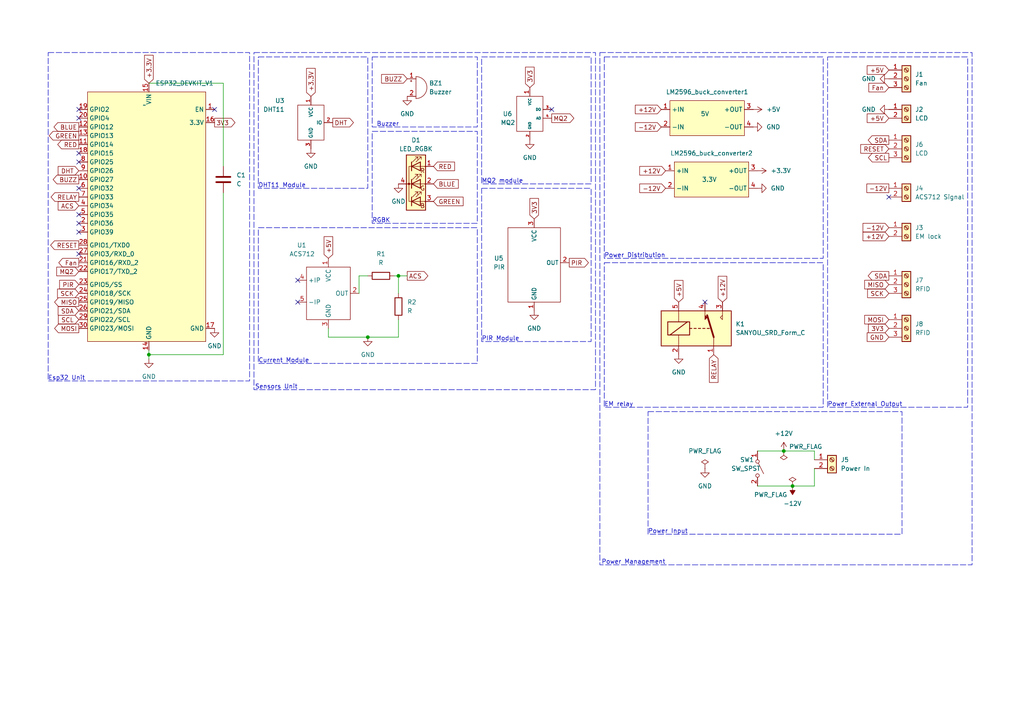
<source format=kicad_sch>
(kicad_sch (version 20230121) (generator eeschema)
  (paper "A4")
  (lib_symbols
    (symbol "Buck_coverter:DC-DC_LM2596_BUCK"
      (property "Reference" "LM2596_buck_converter" (at 6.35 7.62 0))
      (symbol "DC-DC_LM2596_BUCK_1_1"
        (rectangle (start -5.08 5.08) (end 16.51 -5.08) (fill (type background)))
        (pin power_in line (at -7.62 2.54 0) (length 2.54) (name "+IN") (number "1"))
        (pin power_in line (at -7.62 -2.54 0) (length 2.54) (name "-IN") (number "2"))
        (pin power_out line (at 19.05 2.54 180) (length 2.54) (name "+OUT") (number "3"))
        (pin passive line (at 19.05 -2.54 180) (length 2.54) (name "-OUT") (number "4"))
      )
    )
    (symbol "Connector:Screw_Terminal_01x02" (pin_names (offset 1.016) hide)
      (property "Reference" "J" (at 0 2.54 0))
      (property "Value" "Screw_Terminal_01x02" (at 0 -5.08 0))
      (symbol "Screw_Terminal_01x02_1_1"
        (rectangle (start -1.27 1.27) (end 1.27 -3.81) (stroke (width 0.254)) (fill (type background)))
        (circle (center 0 -2.54) (radius 0.635) (stroke (width 0.1524)))
        (polyline (pts (xy -0.5334 -2.2098) (xy 0.3302 -3.048)) (stroke (width 0.1524)))
        (polyline (pts (xy -0.5334 0.3302) (xy 0.3302 -0.508)) (stroke (width 0.1524)))
        (polyline (pts (xy -0.3556 -2.032) (xy 0.508 -2.8702)) (stroke (width 0.1524)))
        (polyline (pts (xy -0.3556 0.508) (xy 0.508 -0.3302)) (stroke (width 0.1524)))
        (circle (center 0 0) (radius 0.635) (stroke (width 0.1524)))
        (pin passive line (at -5.08 0 0) (length 3.81) (name "Pin_1") (number "1"))
        (pin passive line (at -5.08 -2.54 0) (length 3.81) (name "Pin_2") (number "2"))
      )
    )
    (symbol "Connector:Screw_Terminal_01x03" (pin_names (offset 1.016) hide)
      (property "Reference" "J" (at 0 5.08 0))
      (property "Value" "Screw_Terminal_01x03" (at 0 -5.08 0))
      (symbol "Screw_Terminal_01x03_1_1"
        (rectangle (start -1.27 3.81) (end 1.27 -3.81) (stroke (width 0.254)) (fill (type background)))
        (circle (center 0 -2.54) (radius 0.635) (stroke (width 0.1524)))
        (polyline (pts (xy -0.5334 -2.2098) (xy 0.3302 -3.048)) (stroke (width 0.1524)))
        (polyline (pts (xy -0.5334 0.3302) (xy 0.3302 -0.508)) (stroke (width 0.1524)))
        (polyline (pts (xy -0.5334 2.8702) (xy 0.3302 2.032)) (stroke (width 0.1524)))
        (polyline (pts (xy -0.3556 -2.032) (xy 0.508 -2.8702)) (stroke (width 0.1524)))
        (polyline (pts (xy -0.3556 0.508) (xy 0.508 -0.3302)) (stroke (width 0.1524)))
        (polyline (pts (xy -0.3556 3.048) (xy 0.508 2.2098)) (stroke (width 0.1524)))
        (circle (center 0 0) (radius 0.635) (stroke (width 0.1524)))
        (circle (center 0 2.54) (radius 0.635) (stroke (width 0.1524)))
        (pin passive line (at -5.08 2.54 0) (length 3.81) (name "Pin_1") (number "1"))
        (pin passive line (at -5.08 0 0) (length 3.81) (name "Pin_2") (number "2"))
        (pin passive line (at -5.08 -2.54 0) (length 3.81) (name "Pin_3") (number "3"))
      )
    )
    (symbol "Device:Buzzer" (pin_names (offset 0.0254) hide)
      (property "Reference" "BZ" (at 3.81 1.27 0))
      (property "Value" "Buzzer" (at 3.81 -1.27 0))
      (symbol "Buzzer_0_1"
        (arc (start 0 -3.175) (mid 3.1612 0) (end 0 3.175))
        (polyline (pts (xy -1.651 1.905) (xy -1.143 1.905)))
        (polyline (pts (xy -1.397 2.159) (xy -1.397 1.651)))
        (polyline (pts (xy 0 3.175) (xy 0 -3.175)))
      )
      (symbol "Buzzer_1_1"
        (pin passive line (at -2.54 2.54 0) (length 2.54) (name "-") (number "1"))
        (pin passive line (at -2.54 -2.54 0) (length 2.54) (name "+") (number "2"))
      )
    )
    (symbol "Device:C" (pin_numbers hide) (pin_names (offset 0.254))
      (property "Reference" "C" (at 0.635 2.54 0))
      (property "Value" "C" (at 0.635 -2.54 0))
      (symbol "C_0_1"
        (polyline (pts (xy -2.032 -0.762) (xy 2.032 -0.762)) (stroke (width 0.508)))
        (polyline (pts (xy -2.032 0.762) (xy 2.032 0.762)) (stroke (width 0.508)))
      )
      (symbol "C_1_1"
        (pin passive line (at 0 3.81 270) (length 2.794) (name "~") (number "1"))
        (pin passive line (at 0 -3.81 90) (length 2.794) (name "~") (number "2"))
      )
    )
    (symbol "Device:LED_RGBK" (pin_names (offset 0) hide)
      (property "Reference" "D" (at 0 9.398 0))
      (property "Value" "LED_RGBK" (at 0 -8.89 0))
      (symbol "LED_RGBK_0_0"
        (text "B" (at 1.905 -6.35 0) (effects (font (size 1.27 1.27))))
        (text "G" (at 1.905 -1.27 0) (effects (font (size 1.27 1.27))))
        (text "R" (at 1.905 3.81 0) (effects (font (size 1.27 1.27))))
      )
      (symbol "LED_RGBK_0_1"
        (circle (center -2.032 0) (radius 0.254) (fill (type outline)))
        (polyline (pts (xy -1.27 -5.08) (xy 1.27 -5.08)))
        (polyline (pts (xy -1.27 -3.81) (xy -1.27 -6.35)) (stroke (width 0.254)))
        (polyline (pts (xy -1.27 0) (xy -2.54 0)))
        (polyline (pts (xy -1.27 1.27) (xy -1.27 -1.27)) (stroke (width 0.254)))
        (polyline (pts (xy -1.27 5.08) (xy 1.27 5.08)))
        (polyline (pts (xy -1.27 6.35) (xy -1.27 3.81)) (stroke (width 0.254)))
        (polyline (pts (xy 1.27 -5.08) (xy 2.54 -5.08)))
        (polyline (pts (xy 1.27 0) (xy -1.27 0)))
        (polyline (pts (xy 1.27 0) (xy 2.54 0)))
        (polyline (pts (xy 1.27 5.08) (xy 2.54 5.08)))
        (polyline (pts (xy -1.27 1.27) (xy -1.27 -1.27) (xy -1.27 -1.27)))
        (polyline (pts (xy -1.27 6.35) (xy -1.27 3.81) (xy -1.27 3.81)))
        (polyline (pts (xy -1.27 5.08) (xy -2.032 5.08) (xy -2.032 -5.08) (xy -1.016 -5.08)))
        (polyline (pts (xy 1.27 -3.81) (xy 1.27 -6.35) (xy -1.27 -5.08) (xy 1.27 -3.81)) (stroke (width 0.254)))
        (polyline (pts (xy 1.27 1.27) (xy 1.27 -1.27) (xy -1.27 0) (xy 1.27 1.27)) (stroke (width 0.254)))
        (polyline (pts (xy 1.27 6.35) (xy 1.27 3.81) (xy -1.27 5.08) (xy 1.27 6.35)) (stroke (width 0.254)))
        (polyline (pts (xy -1.016 -3.81) (xy 0.508 -2.286) (xy -0.254 -2.286) (xy 0.508 -2.286) (xy 0.508 -3.048)))
        (polyline (pts (xy -1.016 1.27) (xy 0.508 2.794) (xy -0.254 2.794) (xy 0.508 2.794) (xy 0.508 2.032)))
        (polyline (pts (xy -1.016 6.35) (xy 0.508 7.874) (xy -0.254 7.874) (xy 0.508 7.874) (xy 0.508 7.112)))
        (polyline (pts (xy 0 -3.81) (xy 1.524 -2.286) (xy 0.762 -2.286) (xy 1.524 -2.286) (xy 1.524 -3.048)))
        (polyline (pts (xy 0 1.27) (xy 1.524 2.794) (xy 0.762 2.794) (xy 1.524 2.794) (xy 1.524 2.032)))
        (polyline (pts (xy 0 6.35) (xy 1.524 7.874) (xy 0.762 7.874) (xy 1.524 7.874) (xy 1.524 7.112)))
        (rectangle (start 1.27 -1.27) (end 1.27 1.27))
        (rectangle (start 1.27 1.27) (end 1.27 1.27))
        (rectangle (start 1.27 3.81) (end 1.27 6.35))
        (rectangle (start 1.27 6.35) (end 1.27 6.35))
        (rectangle (start 2.794 8.382) (end -2.794 -7.62) (stroke (width 0.254)) (fill (type background)))
      )
      (symbol "LED_RGBK_1_1"
        (pin passive line (at 5.08 5.08 180) (length 2.54) (name "RA") (number "1"))
        (pin passive line (at 5.08 0 180) (length 2.54) (name "GA") (number "2"))
        (pin passive line (at 5.08 -5.08 180) (length 2.54) (name "BA") (number "3"))
        (pin passive line (at -5.08 0 0) (length 2.54) (name "K") (number "4"))
      )
    )
    (symbol "Device:R" (pin_numbers hide) (pin_names (offset 0))
      (property "Reference" "R" (at 2.032 0 90))
      (property "Value" "R" (at 0 0 90))
      (symbol "R_0_1"
        (rectangle (start -1.016 -2.54) (end 1.016 2.54) (stroke (width 0.254)))
      )
      (symbol "R_1_1"
        (pin passive line (at 0 3.81 270) (length 1.27) (name "~") (number "1"))
        (pin passive line (at 0 -3.81 90) (length 1.27) (name "~") (number "2"))
      )
    )
    (symbol "MCU_DOIT_ESP32:ESP32_DEVKIT_V1"
      (property "Reference" "ESP32_DEVKIT_V1" (at -15.24 6.35 0))
      (symbol "ESP32_DEVKIT_V1_1_1"
        (rectangle (start -17.78 3.81) (end 16.51 -68.58) (fill (type background)))
        (pin power_in line (at 19.05 -1.27 180) (length 2.54) (name "EN") (number "1"))
        (pin bidirectional line (at -20.32 -21.59 0) (length 2.54) (name "GPIO27") (number "10"))
        (pin bidirectional line (at -20.32 -11.43 0) (length 2.54) (name "GPIO14") (number "11"))
        (pin bidirectional line (at -20.32 -6.35 0) (length 2.54) (name "GPIO12") (number "12"))
        (pin bidirectional line (at -20.32 -8.89 0) (length 2.54) (name "GPIO13") (number "13"))
        (pin power_in line (at 0 -71.12 90) (length 2.54) (name "GND") (number "14"))
        (pin power_in line (at 0 6.35 270) (length 2.54) (name "VIN") (number "15"))
        (pin power_out line (at 19.05 -5.08 180) (length 2.54) (name "3.3V") (number "16"))
        (pin power_in line (at 19.05 -64.77 180) (length 2.54) (name "GND") (number "17"))
        (pin bidirectional line (at -20.32 -13.97 0) (length 2.54) (name "GPIO15") (number "18"))
        (pin bidirectional line (at -20.32 -1.27 0) (length 2.54) (name "GPIO2") (number "19"))
        (pin bidirectional line (at -20.32 -34.29 0) (length 2.54) (name "GPIO36") (number "2"))
        (pin bidirectional line (at -20.32 -3.81 0) (length 2.54) (name "GPIO4") (number "20"))
        (pin bidirectional line (at -20.32 -45.72 0) (length 2.54) (name "GPIO16/RXD_2") (number "21"))
        (pin bidirectional line (at -20.32 -48.26 0) (length 2.54) (name "GPIO17/TXD_2") (number "22"))
        (pin bidirectional line (at -20.32 -52.07 0) (length 2.54) (name "GPIO5/SS") (number "23"))
        (pin bidirectional line (at -20.32 -54.61 0) (length 2.54) (name "GPIO18/SCK") (number "24"))
        (pin bidirectional line (at -20.32 -57.15 0) (length 2.54) (name "GPIO19/MISO") (number "25"))
        (pin bidirectional line (at -20.32 -59.69 0) (length 2.54) (name "GPIO21/SDA") (number "26"))
        (pin bidirectional line (at -20.32 -43.18 0) (length 2.54) (name "GPIO3/RXD_0") (number "27"))
        (pin bidirectional line (at -20.32 -40.64 0) (length 2.54) (name "GPIO1/TXD0") (number "28"))
        (pin bidirectional line (at -20.32 -62.23 0) (length 2.54) (name "GPIO22/SCL") (number "29"))
        (pin bidirectional line (at -20.32 -36.83 0) (length 2.54) (name "GPIO39") (number "3"))
        (pin bidirectional line (at -20.32 -64.77 0) (length 2.54) (name "GPIO23/MOSI") (number "30"))
        (pin bidirectional line (at -20.32 -29.21 0) (length 2.54) (name "GPIO34") (number "4"))
        (pin bidirectional line (at -20.32 -31.75 0) (length 2.54) (name "GPIO35") (number "5"))
        (pin bidirectional line (at -20.32 -24.13 0) (length 2.54) (name "GPIO32") (number "6"))
        (pin bidirectional line (at -20.32 -26.67 0) (length 2.54) (name "GPIO33") (number "7"))
        (pin bidirectional line (at -20.32 -16.51 0) (length 2.54) (name "GPIO25") (number "8"))
        (pin bidirectional line (at -20.32 -19.05 0) (length 2.54) (name "GPIO26") (number "9"))
      )
    )
    (symbol "Relay:SANYOU_SRD_Form_C"
      (property "Reference" "K" (at 11.43 3.81 0))
      (property "Value" "SANYOU_SRD_Form_C" (at 11.43 1.27 0))
      (symbol "SANYOU_SRD_Form_C_0_0"
        (polyline (pts (xy 7.62 5.08) (xy 7.62 2.54) (xy 6.985 3.175) (xy 7.62 3.81)))
      )
      (symbol "SANYOU_SRD_Form_C_0_1"
        (rectangle (start -10.16 5.08) (end 10.16 -5.08) (stroke (width 0.254)) (fill (type background)))
        (rectangle (start -8.255 1.905) (end -1.905 -1.905) (stroke (width 0.254)))
        (polyline (pts (xy -7.62 -1.905) (xy -2.54 1.905)) (stroke (width 0.254)))
        (polyline (pts (xy -5.08 -5.08) (xy -5.08 -1.905)))
        (polyline (pts (xy -5.08 5.08) (xy -5.08 1.905)))
        (polyline (pts (xy -1.905 0) (xy -1.27 0)) (stroke (width 0.254)))
        (polyline (pts (xy -0.635 0) (xy 0 0)) (stroke (width 0.254)))
        (polyline (pts (xy 0.635 0) (xy 1.27 0)) (stroke (width 0.254)))
        (polyline (pts (xy 1.905 0) (xy 2.54 0)) (stroke (width 0.254)))
        (polyline (pts (xy 3.175 0) (xy 3.81 0)) (stroke (width 0.254)))
        (polyline (pts (xy 5.08 -2.54) (xy 3.175 3.81)) (stroke (width 0.508)))
        (polyline (pts (xy 5.08 -2.54) (xy 5.08 -5.08)))
      )
      (symbol "SANYOU_SRD_Form_C_1_1"
        (polyline (pts (xy 2.54 3.81) (xy 3.175 3.175) (xy 2.54 2.54) (xy 2.54 5.08)) (fill (type outline)))
        (pin passive line (at 5.08 -7.62 90) (length 2.54) (name "~") (number "1"))
        (pin passive line (at -5.08 -7.62 90) (length 2.54) (name "~") (number "2"))
        (pin passive line (at 7.62 7.62 270) (length 2.54) (name "~") (number "3"))
        (pin passive line (at 2.54 7.62 270) (length 2.54) (name "~") (number "4"))
        (pin passive line (at -5.08 7.62 270) (length 2.54) (name "~") (number "5"))
      )
    )
    (symbol "Sensor_Current_module:ACS712_5B"
      (property "Reference" "U" (at 0 5.08 0))
      (symbol "ACS712_5B_0_1"
        (rectangle (start 0 0) (end 12.7 -15.24))
      )
      (symbol "ACS712_5B_1_1"
        (pin power_in line (at 6.35 2.54 270) (length 2.54) (name "VCC") (number "1"))
        (pin output line (at 15.24 -7.62 180) (length 2.54) (name "OUT") (number "2"))
        (pin power_in line (at 6.35 -17.78 90) (length 2.54) (name "GND") (number "3"))
        (pin power_out line (at -2.54 -3.81 0) (length 2.54) (name "+IP") (number "4"))
        (pin power_out line (at -2.54 -10.16 0) (length 2.54) (name "-IP") (number "5"))
      )
    )
    (symbol "Sensor_temperature_and_humidity_DHT11_KY-015:DHT11_KY-015"
      (property "Reference" "U" (at -2.54 2.54 0))
      (symbol "DHT11_KY-015_0_1"
        (rectangle (start -2.54 0) (end 5.08 -10.16))
      )
      (symbol "DHT11_KY-015_1_1"
        (pin power_in line (at 1.27 2.54 270) (length 2.54) (name "VCC") (number "1"))
        (pin output line (at 7.62 -5.08 180) (length 2.54) (name "IO") (number "2"))
        (pin power_in line (at 1.27 -12.7 90) (length 2.54) (name "GND") (number "3"))
      )
    )
    (symbol "Sensors_Gas:MQ2"
      (property "Reference" "MQ2" (at -3.81 5.08 0))
      (symbol "MQ2_0_1"
        (rectangle (start -2.54 2.54) (end 5.08 -7.62))
      )
      (symbol "MQ2_1_1"
        (pin power_in line (at 1.27 5.08 270) (length 2.54) (name "VCC") (number "1"))
        (pin power_in line (at 1.27 -10.16 90) (length 2.54) (name "GND") (number "2"))
        (pin output line (at 7.62 -1.27 180) (length 2.54) (name "DO") (number "3"))
        (pin output line (at 7.62 -3.81 180) (length 2.54) (name "AO") (number "4"))
      )
    )
    (symbol "Sensors_Motion_PIR:HC_SR501_PIR"
      (property "Reference" "U" (at -5.08 5.08 0))
      (symbol "HC_SR501_PIR_0_1"
        (rectangle (start -3.81 0) (end 11.43 -21.59))
      )
      (symbol "HC_SR501_PIR_1_1"
        (pin power_in line (at 3.81 -24.13 90) (length 2.54) (name "GND") (number "1"))
        (pin output line (at 13.97 -10.16 180) (length 2.54) (name "OUT") (number "2"))
        (pin power_in line (at 3.81 2.54 270) (length 2.54) (name "VCC") (number "3"))
      )
    )
    (symbol "Switch:SW_SPST" (pin_names (offset 0) hide)
      (property "Reference" "SW" (at 0 3.175 0))
      (property "Value" "SW_SPST" (at 0 -2.54 0))
      (symbol "SW_SPST_0_0"
        (circle (center -2.032 0) (radius 0.508))
        (polyline (pts (xy -1.524 0.254) (xy 1.524 1.778)))
        (circle (center 2.032 0) (radius 0.508))
      )
      (symbol "SW_SPST_1_1"
        (pin passive line (at -5.08 0 0) (length 2.54) (name "A") (number "1"))
        (pin passive line (at 5.08 0 180) (length 2.54) (name "B") (number "2"))
      )
    )
    (symbol "power:+12V" (power) (pin_names (offset 0))
      (property "Value" "+12V" (at 0 3.556 0))
      (symbol "+12V_0_1"
        (polyline (pts (xy -0.762 1.27) (xy 0 2.54)))
        (polyline (pts (xy 0 0) (xy 0 2.54)))
        (polyline (pts (xy 0 2.54) (xy 0.762 1.27)))
      )
      (symbol "+12V_1_1"
        (pin power_in line (at 0 0 90) (length 0) hide (name "+12V") (number "1"))
      )
    )
    (symbol "power:+3.3V" (power) (pin_names (offset 0))
      (property "Value" "+3.3V" (at 0 3.556 0))
      (symbol "+3.3V_0_1"
        (polyline (pts (xy -0.762 1.27) (xy 0 2.54)))
        (polyline (pts (xy 0 0) (xy 0 2.54)))
        (polyline (pts (xy 0 2.54) (xy 0.762 1.27)))
      )
      (symbol "+3.3V_1_1"
        (pin power_in line (at 0 0 90) (length 0) hide (name "+3.3V") (number "1"))
      )
    )
    (symbol "power:+5V" (power) (pin_names (offset 0))
      (property "Value" "+5V" (at 0 3.556 0))
      (symbol "+5V_0_1"
        (polyline (pts (xy -0.762 1.27) (xy 0 2.54)))
        (polyline (pts (xy 0 0) (xy 0 2.54)))
        (polyline (pts (xy 0 2.54) (xy 0.762 1.27)))
      )
      (symbol "+5V_1_1"
        (pin power_in line (at 0 0 90) (length 0) hide (name "+5V") (number "1"))
      )
    )
    (symbol "power:-12V" (power) (pin_names (offset 0))
      (property "Value" "-12V" (at 0 3.81 0))
      (symbol "-12V_0_0"
        (pin power_in line (at 0 0 90) (length 0) hide (name "-12V") (number "1"))
      )
      (symbol "-12V_0_1"
        (polyline (pts (xy 0 0) (xy 0 1.27) (xy 0.762 1.27) (xy 0 2.54) (xy -0.762 1.27) (xy 0 1.27)) (fill (type outline)))
      )
    )
    (symbol "power:GND" (power) (pin_names (offset 0))
      (property "Value" "GND" (at 0 -3.81 0))
      (symbol "GND_0_1"
        (polyline (pts (xy 0 0) (xy 0 -1.27) (xy 1.27 -1.27) (xy 0 -2.54) (xy -1.27 -1.27) (xy 0 -1.27)))
      )
      (symbol "GND_1_1"
        (pin power_in line (at 0 0 270) (length 0) hide (name "GND") (number "1"))
      )
    )
    (symbol "power:PWR_FLAG" (power) (pin_numbers hide) (pin_names (offset 0) hide)
      (property "Value" "PWR_FLAG" (at 0 3.81 0))
      (symbol "PWR_FLAG_0_0"
        (pin power_out line (at 0 0 90) (length 0) (name "pwr") (number "1"))
      )
      (symbol "PWR_FLAG_0_1"
        (polyline (pts (xy 0 0) (xy 0 1.27) (xy -1.016 1.905) (xy 0 2.54) (xy 1.016 1.905) (xy 0 1.27)))
      )
    )
  )
  (junction (at 227.33 130.81))
  (junction (at 106.68 97.79))
  (junction (at 43.18 102.87))
  (junction (at 229.87 140.97))
  (junction (at 115.57 80.01))
  (no_connect (at 22.86 34.29))
  (no_connect (at 22.86 54.61))
  (no_connect (at 86.36 81.28))
  (no_connect (at 62.23 31.75))
  (no_connect (at 160.02 31.75))
  (no_connect (at 86.36 87.63))
  (no_connect (at 22.86 31.75))
  (no_connect (at 22.86 62.23))
  (no_connect (at 22.86 67.31))
  (no_connect (at 22.86 46.99))
  (no_connect (at 22.86 64.77))
  (no_connect (at 22.86 73.66))
  (no_connect (at 204.47 87.63))
  (no_connect (at 257.81 57.15))
  (no_connect (at 22.86 44.45))
  (wire (pts (xy 236.22 135.89) (xy 236.22 140.97)))
  (wire (pts (xy 64.77 55.88) (xy 64.77 102.87)))
  (wire (pts (xy 43.18 102.87) (xy 43.18 101.6)))
  (wire (pts (xy 227.33 130.81) (xy 219.71 130.81)))
  (wire (pts (xy 114.3 80.01) (xy 115.57 80.01)))
  (wire (pts (xy 115.57 85.09) (xy 115.57 80.01)))
  (wire (pts (xy 115.57 92.71) (xy 115.57 97.79)))
  (wire (pts (xy 95.25 95.25) (xy 95.25 97.79)))
  (wire (pts (xy 64.77 102.87) (xy 43.18 102.87)))
  (wire (pts (xy 104.14 85.09) (xy 104.14 80.01)))
  (wire (pts (xy 236.22 140.97) (xy 229.87 140.97)))
  (wire (pts (xy 64.77 24.13) (xy 64.77 48.26)))
  (wire (pts (xy 229.87 140.97) (xy 219.71 140.97)))
  (wire (pts (xy 43.18 104.14) (xy 43.18 102.87)))
  (wire (pts (xy 115.57 97.79) (xy 106.68 97.79)))
  (wire (pts (xy 95.25 97.79) (xy 106.68 97.79)))
  (wire (pts (xy 104.14 80.01) (xy 106.68 80.01)))
  (wire (pts (xy 236.22 130.81) (xy 227.33 130.81)))
  (wire (pts (xy 236.22 133.35) (xy 236.22 130.81)))
  (wire (pts (xy 43.18 24.13) (xy 64.77 24.13)))
  (wire (pts (xy 115.57 80.01) (xy 118.11 80.01)))
  (rectangle (start 187.96 119.38) (end 261.62 154.94) (stroke (width 0) (type dash)))
  (rectangle (start 73.66 15.24) (end 172.72 113.03) (stroke (width 0) (type dash)))
  (rectangle (start 240.03 16.51) (end 280.67 118.11) (stroke (width 0) (type dash)))
  (rectangle (start 74.93 66.04) (end 138.43 105.41) (stroke (width 0) (type dash)))
  (rectangle (start 139.7 16.51) (end 171.45 53.34) (stroke (width 0) (type dash)))
  (rectangle (start 175.26 76.2) (end 238.76 118.11) (stroke (width 0) (type dash)))
  (rectangle (start 107.95 38.1) (end 138.43 64.77) (stroke (width 0) (type dash)))
  (rectangle (start 13.97 15.24) (end 72.39 110.49) (stroke (width 0) (type dash)))
  (rectangle (start 139.7 54.61) (end 171.45 99.06) (stroke (width 0) (type dash)))
  (rectangle (start 74.93 16.51) (end 106.68 54.61) (stroke (width 0) (type dash)))
  (rectangle (start 173.99 15.24) (end 281.94 163.83) (stroke (width 0) (type dash)))
  (rectangle (start 175.26 16.51) (end 238.76 74.93) (stroke (width 0) (type dash)))
  (rectangle (start 107.95 16.51) (end 138.43 36.83) (stroke (width 0) (type dash)))
  (text "PIR Module" (at 139.7 99.06 0) (effects (font (size 1.27 1.27)) (justify left bottom)))
  (text "DHT11 Module" (at 74.93 54.61 0) (effects (font (size 1.27 1.27)) (justify left bottom)))
  (text "Sensors Unit" (at 86.36 113.03 0) (effects (font (size 1.27 1.27)) (justify right bottom)))
  (text "MQ2 module" (at 139.7 53.34 0) (effects (font (size 1.27 1.27)) (justify left bottom)))
  (text "Current Module" (at 74.93 105.41 0) (effects (font (size 1.27 1.27)) (justify left bottom)))
  (text "Esp32 Unit" (at 13.97 110.49 0) (effects (font (size 1.27 1.27)) (justify left bottom)))
  (text "Power Input" (at 187.96 154.94 0) (effects (font (size 1.27 1.27)) (justify left bottom)))
  (text "Power External Output" (at 240.03 118.11 0) (effects (font (size 1.27 1.27)) (justify left bottom)))
  (text "RGBK" (at 107.95 64.77 0) (effects (font (size 1.27 1.27)) (justify left bottom)))
  (text "Power Distribution\n" (at 175.26 74.93 0) (effects (font (size 1.27 1.27)) (justify left bottom)))
  (text "Buzzer" (at 109.22 36.83 0) (effects (font (size 1.27 1.27)) (justify left bottom)))
  (text "Power Management" (at 193.04 163.83 0) (effects (font (size 1.27 1.27)) (justify right bottom)))
  (text "EM relay" (at 175.26 118.11 0) (effects (font (size 1.27 1.27)) (justify left bottom)))
  (global_label "RELAY" (shape input) (at 207.01 102.87 270) (property "Intersheetrefs" "${INTERSHEET_REFS}" (effects hide)))
  (global_label "SCK" (shape input) (at 22.86 85.09 180) (property "Intersheetrefs" "${INTERSHEET_REFS}" (effects hide)))
  (global_label "3V3" (shape input) (at 154.94 63.5 90) (property "Intersheetrefs" "${INTERSHEET_REFS}" (effects hide)))
  (global_label "RELAY" (shape output) (at 22.86 57.15 180) (property "Intersheetrefs" "${INTERSHEET_REFS}" (effects hide)))
  (global_label "3V3" (shape output) (at 62.23 35.56 0) (property "Intersheetrefs" "${INTERSHEET_REFS}" (effects hide)))
  (global_label "+5V" (shape input) (at 196.85 87.63 90) (property "Intersheetrefs" "${INTERSHEET_REFS}" (effects hide)))
  (global_label "+3.3V" (shape input) (at 43.18 24.13 90) (property "Intersheetrefs" "${INTERSHEET_REFS}" (effects hide)))
  (global_label "+5V" (shape input) (at 257.81 20.32 180) (property "Intersheetrefs" "${INTERSHEET_REFS}" (effects hide)))
  (global_label "SDA" (shape output) (at 257.81 80.01 180) (property "Intersheetrefs" "${INTERSHEET_REFS}" (effects hide)))
  (global_label "RED" (shape input) (at 125.73 48.26 0) (property "Intersheetrefs" "${INTERSHEET_REFS}" (effects hide)))
  (global_label "+12V" (shape input) (at 193.04 49.53 180) (property "Intersheetrefs" "${INTERSHEET_REFS}" (effects hide)))
  (global_label "MISO" (shape output) (at 22.86 87.63 180) (property "Intersheetrefs" "${INTERSHEET_REFS}" (effects hide)))
  (global_label "PIR" (shape output) (at 165.1 76.2 0) (property "Intersheetrefs" "${INTERSHEET_REFS}" (effects hide)))
  (global_label "RESET" (shape output) (at 22.86 71.12 180) (property "Intersheetrefs" "${INTERSHEET_REFS}" (effects hide)))
  (global_label "Fan" (shape output) (at 22.86 76.2 180) (property "Intersheetrefs" "${INTERSHEET_REFS}" (effects hide)))
  (global_label "GND" (shape input) (at 257.81 97.79 180) (property "Intersheetrefs" "${INTERSHEET_REFS}" (effects hide)))
  (global_label "BLUE" (shape output) (at 22.86 36.83 180) (property "Intersheetrefs" "${INTERSHEET_REFS}" (effects hide)))
  (global_label "DHT" (shape input) (at 22.86 49.53 180) (property "Intersheetrefs" "${INTERSHEET_REFS}" (effects hide)))
  (global_label "MQ2" (shape output) (at 160.02 34.29 0) (property "Intersheetrefs" "${INTERSHEET_REFS}" (effects hide)))
  (global_label "Fan" (shape input) (at 257.81 25.4 180) (property "Intersheetrefs" "${INTERSHEET_REFS}" (effects hide)))
  (global_label "SDA" (shape input) (at 22.86 90.17 180) (property "Intersheetrefs" "${INTERSHEET_REFS}" (effects hide)))
  (global_label "+5V" (shape input) (at 95.25 74.93 90) (property "Intersheetrefs" "${INTERSHEET_REFS}" (effects hide)))
  (global_label "DHT" (shape output) (at 96.52 35.56 0) (property "Intersheetrefs" "${INTERSHEET_REFS}" (effects hide)))
  (global_label "+3.3V" (shape input) (at 90.17 27.94 90) (property "Intersheetrefs" "${INTERSHEET_REFS}" (effects hide)))
  (global_label "SCL" (shape output) (at 257.81 45.72 180) (property "Intersheetrefs" "${INTERSHEET_REFS}" (effects hide)))
  (global_label "RED" (shape output) (at 22.86 41.91 180) (property "Intersheetrefs" "${INTERSHEET_REFS}" (effects hide)))
  (global_label "RESET" (shape input) (at 257.81 43.18 180) (property "Intersheetrefs" "${INTERSHEET_REFS}" (effects hide)))
  (global_label "GREEN" (shape input) (at 125.73 58.42 0) (property "Intersheetrefs" "${INTERSHEET_REFS}" (effects hide)))
  (global_label "-12V" (shape input) (at 193.04 54.61 180) (property "Intersheetrefs" "${INTERSHEET_REFS}" (effects hide)))
  (global_label "-12V" (shape passive) (at 257.81 54.61 180) (property "Intersheetrefs" "${INTERSHEET_REFS}" (effects hide)))
  (global_label "MOSI" (shape input) (at 257.81 92.71 180) (property "Intersheetrefs" "${INTERSHEET_REFS}" (effects hide)))
  (global_label "ACS" (shape output) (at 118.11 80.01 0) (property "Intersheetrefs" "${INTERSHEET_REFS}" (effects hide)))
  (global_label "+12V" (shape input) (at 257.81 68.58 180) (property "Intersheetrefs" "${INTERSHEET_REFS}" (effects hide)))
  (global_label "MISO" (shape input) (at 257.81 82.55 180) (property "Intersheetrefs" "${INTERSHEET_REFS}" (effects hide)))
  (global_label "GREEN" (shape output) (at 22.86 39.37 180) (property "Intersheetrefs" "${INTERSHEET_REFS}" (effects hide)))
  (global_label "BUZZ" (shape input) (at 118.11 22.86 180) (property "Intersheetrefs" "${INTERSHEET_REFS}" (effects hide)))
  (global_label "-12V" (shape input) (at 191.77 36.83 180) (property "Intersheetrefs" "${INTERSHEET_REFS}" (effects hide)))
  (global_label "BLUE" (shape input) (at 125.73 53.34 0) (property "Intersheetrefs" "${INTERSHEET_REFS}" (effects hide)))
  (global_label "MOSI" (shape output) (at 22.86 95.25 180) (property "Intersheetrefs" "${INTERSHEET_REFS}" (effects hide)))
  (global_label "SCL" (shape input) (at 22.86 92.71 180) (property "Intersheetrefs" "${INTERSHEET_REFS}" (effects hide)))
  (global_label "SDA" (shape output) (at 257.81 40.64 180) (property "Intersheetrefs" "${INTERSHEET_REFS}" (effects hide)))
  (global_label "+12V" (shape input) (at 209.55 87.63 90) (property "Intersheetrefs" "${INTERSHEET_REFS}" (effects hide)))
  (global_label "ACS" (shape input) (at 22.86 59.69 180) (property "Intersheetrefs" "${INTERSHEET_REFS}" (effects hide)))
  (global_label "+12V" (shape input) (at 191.77 31.75 180) (property "Intersheetrefs" "${INTERSHEET_REFS}" (effects hide)))
  (global_label "3V3" (shape input) (at 257.81 95.25 180) (property "Intersheetrefs" "${INTERSHEET_REFS}" (effects hide)))
  (global_label "PIR" (shape input) (at 22.86 82.55 180) (property "Intersheetrefs" "${INTERSHEET_REFS}" (effects hide)))
  (global_label "3V3" (shape input) (at 153.67 25.4 90) (property "Intersheetrefs" "${INTERSHEET_REFS}" (effects hide)))
  (global_label "BUZZ" (shape output) (at 22.86 52.07 180) (property "Intersheetrefs" "${INTERSHEET_REFS}" (effects hide)))
  (global_label "MQ2" (shape input) (at 22.86 78.74 180) (property "Intersheetrefs" "${INTERSHEET_REFS}" (effects hide)))
  (global_label "SCK" (shape input) (at 257.81 85.09 180) (property "Intersheetrefs" "${INTERSHEET_REFS}" (effects hide)))
  (global_label "-12V" (shape input) (at 257.81 66.04 180) (property "Intersheetrefs" "${INTERSHEET_REFS}" (effects hide)))
  (global_label "+5V" (shape input) (at 257.81 34.29 180) (property "Intersheetrefs" "${INTERSHEET_REFS}" (effects hide)))
  (symbol (lib_id "power:GND") (at 115.57 53.34 0) (unit 1)
    (property "Reference" "#PWR010" (effects hide))
    (property "Value" "GND" (at 115.57 58.42 0))
  )
  (symbol (lib_id "power:+3.3V") (at 219.71 49.53 270) (unit 1)
    (property "Reference" "#PWR06" (effects hide))
    (property "Value" "+3.3V" (at 223.52 49.53 90) (effects (justify left)))
  )
  (symbol (lib_id "power:+5V") (at 218.44 31.75 270) (unit 1)
    (property "Reference" "#PWR05" (effects hide))
    (property "Value" "+5V" (at 222.25 31.75 90) (effects (justify left)))
  )
  (symbol (lib_id "power:PWR_FLAG") (at 227.33 130.81 180) (unit 1)
    (property "Reference" "#FLG04" (effects hide))
    (property "Value" "PWR_FLAG" (at 233.68 129.54 0))
  )
  (symbol (lib_id "power:-12V") (at 229.87 140.97 180) (unit 1)
    (property "Reference" "#PWR01" (effects hide))
    (property "Value" "-12V" (at 229.87 146.05 0))
  )
  (symbol (lib_id "Device:R") (at 110.49 80.01 90) (unit 1)
    (property "Reference" "R1" (at 110.49 73.66 90))
    (property "Value" "R" (at 110.49 76.2 90))
    (property "Footprint" "Resistor_THT:R_Axial_DIN0204_L3.6mm_D1.6mm_P5.08mm_Horizontal" (effects hide))
  )
  (symbol (lib_id "Connector:Screw_Terminal_01x03") (at 262.89 22.86 0) (unit 1)
    (property "Reference" "J1" (at 265.43 21.59 0) (effects (justify left)))
    (property "Value" "Fan" (at 265.43 24.13 0) (effects (justify left)))
    (property "Footprint" "TerminalBlock:TerminalBlock_Altech_AK300-3_P5.00mm" (effects hide))
  )
  (symbol (lib_id "power:GND") (at 257.81 22.86 270) (unit 1)
    (property "Reference" "#PWR02" (effects hide))
    (property "Value" "GND" (at 254 22.86 90) (effects (justify right)))
  )
  (symbol (lib_id "power:GND") (at 154.94 90.17 0) (unit 1)
    (property "Reference" "#PWR09" (effects hide))
    (property "Value" "GND" (at 154.94 95.25 0))
  )
  (symbol (lib_id "Connector:Screw_Terminal_01x02") (at 262.89 54.61 0) (unit 1)
    (property "Reference" "J4" (at 265.43 54.61 0) (effects (justify left)))
    (property "Value" "ACS712 Signal" (at 265.43 57.15 0) (effects (justify left)))
    (property "Footprint" "TerminalBlock:TerminalBlock_Altech_AK300-2_P5.00mm" (effects hide))
  )
  (symbol (lib_id "power:PWR_FLAG") (at 204.47 135.89 0) (unit 1)
    (property "Reference" "#FLG03" (effects hide))
    (property "Value" "PWR_FLAG" (at 204.47 130.81 0))
  )
  (symbol (lib_id "power:GND") (at 196.85 102.87 0) (unit 1)
    (property "Reference" "#PWR018" (effects hide))
    (property "Value" "GND" (at 196.85 107.95 0))
  )
  (symbol (lib_id "Sensors_Gas:MQ2") (at 152.4 30.48 0) (unit 1)
    (property "Reference" "U6" (at 148.59 33.02 0) (effects (justify right)))
    (property "Value" "MQ2" (at 147.32 35.56 0))
    (property "Footprint" "Sensor_Gas:MQ2" (effects hide))
    (property "Datasheet" "https://www.pololu.com/file/0J309/MQ2.pdf" (effects hide))
  )
  (symbol (lib_id "Connector:Screw_Terminal_01x03") (at 262.89 43.18 0) (unit 1)
    (property "Reference" "J6" (at 265.43 41.91 0) (effects (justify left)))
    (property "Value" "LCD" (at 265.43 44.45 0) (effects (justify left)))
    (property "Footprint" "TerminalBlock:TerminalBlock_Altech_AK300-3_P5.00mm" (effects hide))
  )
  (symbol (lib_id "Sensor_Current_module:ACS712_5B") (at 88.9 77.47 0) (unit 1)
    (property "Reference" "U1" (at 88.9 71.12 0) (effects (justify right)))
    (property "Value" "ACS712" (at 87.63 73.66 0))
    (property "Footprint" "Sensor_Current:ACS712_5B" (effects hide))
  )
  (symbol (lib_id "Connector:Screw_Terminal_01x02") (at 241.3 133.35 0) (unit 1)
    (property "Reference" "J5" (at 243.84 133.35 0) (effects (justify left)))
    (property "Value" "Power In" (at 243.84 135.89 0) (effects (justify left)))
    (property "Footprint" "TerminalBlock:TerminalBlock_Altech_AK300-2_P5.00mm" (effects hide))
  )
  (symbol (lib_id "power:+12V") (at 227.33 130.81 0) (unit 1)
    (property "Reference" "#PWR016" (effects hide))
    (property "Value" "+12V" (at 227.33 125.73 0))
  )
  (symbol (lib_id "Connector:Screw_Terminal_01x02") (at 262.89 66.04 0) (unit 1)
    (property "Reference" "J3" (at 265.43 66.04 0) (effects (justify left)))
    (property "Value" "EM lock" (at 265.43 68.58 0) (effects (justify left)))
    (property "Footprint" "TerminalBlock:TerminalBlock_Altech_AK300-2_P5.00mm" (effects hide))
  )
  (symbol (lib_id "Buck_coverter:DC-DC_LM2596_BUCK") (at 199.39 34.29 0) (unit 1)
    (property "Reference" "LM2596_buck_converter1" (at 205.105 26.67 0))
    (property "Value" "5V" (at 204.47 33.02 0))
    (property "Footprint" "DC-DC_Buck_Converter:LM2596_module" (effects hide))
  )
  (symbol (lib_id "Switch:SW_SPST") (at 219.71 135.89 270) (unit 1)
    (property "Reference" "SW1" (at 214.63 133.35 90) (effects (justify left)))
    (property "Value" "SW_SPST" (at 212.09 135.89 90) (effects (justify left)))
    (property "Footprint" "Switch_SPST:SPST - KCD1-11" (effects hide))
  )
  (symbol (lib_id "Sensor_temperature_and_humidity_DHT11_KY-015:DHT11_KY-015") (at 88.9 30.48 0) (unit 1)
    (property "Reference" "U3" (at 82.55 29.21 0) (effects (justify right)))
    (property "Value" "DHT11" (at 82.55 31.75 0) (effects (justify right)))
    (property "Footprint" "Sensor_temperature_humidity:DHT11_KY-015" (effects hide))
    (property "Datasheet" "http://akizukidenshi.com/download/ds/aosong/DHT11.pdf" (effects hide))
  )
  (symbol (lib_id "Sensors_Motion_PIR:HC_SR501_PIR") (at 151.13 66.04 0) (unit 1)
    (property "Reference" "U5" (at 146.05 74.93 0) (effects (justify right)))
    (property "Value" "PIR" (at 144.78 77.47 0))
    (property "Footprint" "Sensor_motion_PIR:PIR_HC-S501" (effects hide))
    (property "Datasheet" "https://pdf1.alldatasheet.com/datasheet-pdf/view/1131987/ETC2/HC-SR501.html" (effects hide))
  )
  (symbol (lib_id "Device:R") (at 115.57 88.9 180) (unit 1)
    (property "Reference" "R2" (at 118.11 87.63 0) (effects (justify right)))
    (property "Value" "R" (at 118.11 90.17 0) (effects (justify right)))
    (property "Footprint" "Resistor_THT:R_Axial_DIN0204_L3.6mm_D1.6mm_P5.08mm_Horizontal" (effects hide))
  )
  (symbol (lib_id "Device:C") (at 64.77 52.07 0) (unit 1)
    (property "Reference" "C1" (at 68.58 50.8 0) (effects (justify left)))
    (property "Value" "C" (at 68.58 53.34 0) (effects (justify left)))
    (property "Footprint" "Capacitor_THT:C_Disc_D3.8mm_W2.6mm_P2.50mm" (effects hide))
  )
  (symbol (lib_id "power:PWR_FLAG") (at 229.87 140.97 0) (unit 1)
    (property "Reference" "#FLG01" (effects hide))
    (property "Value" "PWR_FLAG" (at 223.52 143.51 0))
  )
  (symbol (lib_id "power:GND") (at 118.11 27.94 0) (unit 1)
    (property "Reference" "#PWR012" (effects hide))
    (property "Value" "GND" (at 118.11 33.02 0))
  )
  (symbol (lib_id "power:GND") (at 62.23 95.25 0) (unit 1)
    (property "Reference" "#PWR017" (effects hide))
    (property "Value" "GND" (at 62.23 100.33 0))
  )
  (symbol (lib_id "Device:Buzzer") (at 120.65 25.4 0) (unit 1)
    (property "Reference" "BZ1" (at 124.46 24.13 0) (effects (justify left)))
    (property "Value" "Buzzer" (at 124.46 26.67 0) (effects (justify left)))
    (property "Footprint" "Buzzer_Beeper:Buzzer_D14mm_H7mm_P10mm" (effects hide))
  )
  (symbol (lib_id "power:GND") (at 219.71 54.61 90) (unit 1)
    (property "Reference" "#PWR07" (effects hide))
    (property "Value" "GND" (at 223.52 54.61 90) (effects (justify right)))
  )
  (symbol (lib_id "power:GND") (at 204.47 135.89 0) (unit 1)
    (property "Reference" "#PWR011" (effects hide))
    (property "Value" "GND" (at 204.47 140.97 0))
  )
  (symbol (lib_id "power:GND") (at 90.17 43.18 0) (unit 1)
    (property "Reference" "#PWR014" (effects hide))
    (property "Value" "GND" (at 90.17 48.26 0))
  )
  (symbol (lib_id "power:GND") (at 257.81 31.75 270) (unit 1)
    (property "Reference" "#PWR03" (effects hide))
    (property "Value" "GND" (at 254 31.75 90) (effects (justify right)))
  )
  (symbol (lib_id "Device:LED_RGBK") (at 120.65 53.34 0) (unit 1)
    (property "Reference" "D1" (at 120.65 40.64 0))
    (property "Value" "LED_RGBK" (at 120.65 43.18 0))
    (property "Footprint" "LED:RGB_LED" (effects hide))
  )
  (symbol (lib_id "power:GND") (at 153.67 40.64 0) (unit 1)
    (property "Reference" "#PWR08" (effects hide))
    (property "Value" "GND" (at 153.67 45.72 0))
  )
  (symbol (lib_id "power:GND") (at 106.68 97.79 0) (unit 1)
    (property "Reference" "#PWR013" (effects hide))
    (property "Value" "GND" (at 106.68 102.87 0))
  )
  (symbol (lib_id "Connector:Screw_Terminal_01x03") (at 262.89 95.25 0) (unit 1)
    (property "Reference" "J8" (at 265.43 93.98 0) (effects (justify left)))
    (property "Value" "RFID" (at 265.43 96.52 0) (effects (justify left)))
    (property "Footprint" "TerminalBlock:TerminalBlock_Altech_AK300-3_P5.00mm" (effects hide))
  )
  (symbol (lib_id "Connector:Screw_Terminal_01x02") (at 262.89 31.75 0) (unit 1)
    (property "Reference" "J2" (at 265.43 31.75 0) (effects (justify left)))
    (property "Value" "LCD" (at 265.43 34.29 0) (effects (justify left)))
    (property "Footprint" "TerminalBlock:TerminalBlock_Altech_AK300-2_P5.00mm" (effects hide))
  )
  (symbol (lib_id "power:GND") (at 43.18 104.14 0) (unit 1)
    (property "Reference" "#PWR015" (effects hide))
    (property "Value" "GND" (at 43.18 109.22 0))
  )
  (symbol (lib_id "MCU_DOIT_ESP32:ESP32_DEVKIT_V1") (at 43.18 30.48 0) (unit 1)
    (property "Reference" "ESP32_DEVKIT_V1" (at 45.1359 24.13 0) (effects (justify left)))
    (property "Value" "~" (at 41.91 30.48 0))
    (property "Footprint" "esp32:MODULE_ESP32_DEVKIT_V1" (effects hide))
  )
  (symbol (lib_id "Connector:Screw_Terminal_01x03") (at 262.89 82.55 0) (unit 1)
    (property "Reference" "J7" (at 265.43 81.28 0) (effects (justify left)))
    (property "Value" "RFID" (at 265.43 83.82 0) (effects (justify left)))
    (property "Footprint" "TerminalBlock:TerminalBlock_Altech_AK300-3_P5.00mm" (effects hide))
  )
  (symbol (lib_id "Relay:SANYOU_SRD_Form_C") (at 201.93 95.25 0) (unit 1)
    (property "Reference" "K1" (at 213.36 93.98 0) (effects (justify left)))
    (property "Value" "SANYOU_SRD_Form_C" (at 213.36 96.52 0) (effects (justify left)))
    (property "Footprint" "Relay_THT:Relay_SPDT_SANYOU_SRD_Series_Form_C" (effects hide))
    (property "Datasheet" "http://www.sanyourelay.ca/public/products/pdf/SRD.pdf" (effects hide))
  )
  (symbol (lib_id "power:GND") (at 218.44 36.83 90) (unit 1)
    (property "Reference" "#PWR04" (effects hide))
    (property "Value" "GND" (at 222.25 36.83 90) (effects (justify right)))
  )
  (symbol (lib_id "Buck_coverter:DC-DC_LM2596_BUCK") (at 200.66 52.07 0) (unit 1)
    (property "Reference" "LM2596_buck_converter2" (at 206.375 44.45 0))
    (property "Value" "3.3V" (at 205.74 52.07 0))
    (property "Footprint" "DC-DC_Buck_Converter:LM2596_module" (effects hide))
  )
)
</source>
